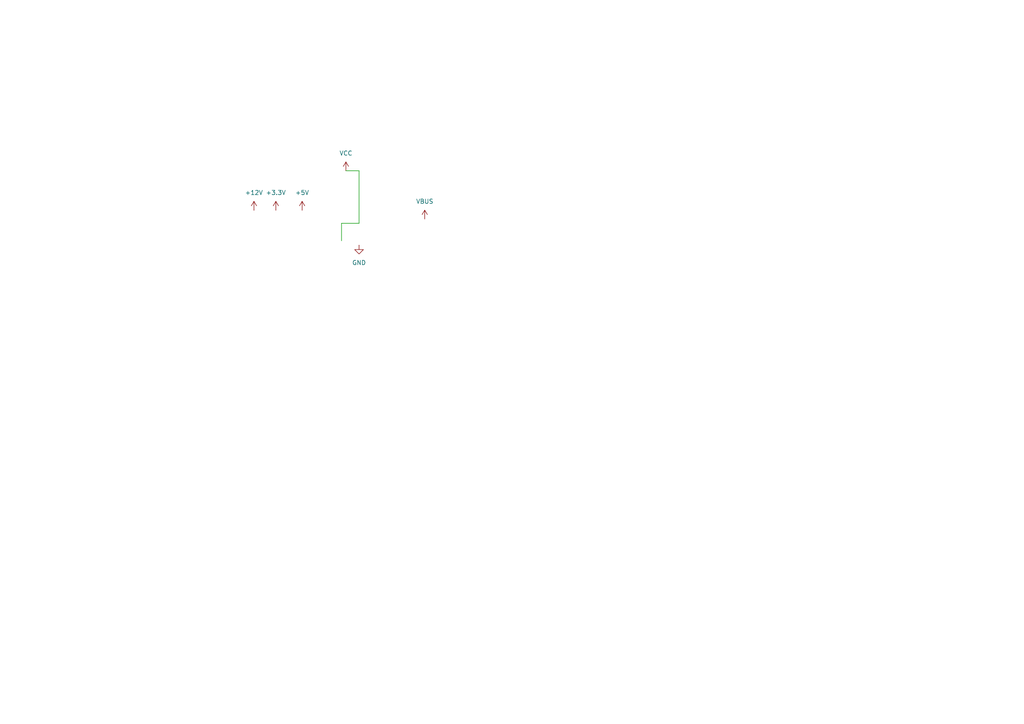
<source format=kicad_sch>
(kicad_sch (version 20231120) (generator "eeschema") (generator_version "8.0")
  (paper "A4")
  (lib_symbols
    (symbol "power:+12V" (power) (pin_numbers hide) (pin_names (offset 0) hide)
      (property "Value" "+12V" (at 0 3.556 0))
      (symbol "+12V_0_1"
        (polyline (pts (xy -0.762 1.27) (xy 0 2.54)))
        (polyline (pts (xy 0 0) (xy 0 2.54)))
        (polyline (pts (xy 0 2.54) (xy 0.762 1.27)))
      )
      (symbol "+12V_1_1"
        (pin power_in line (at 0 0 90) (length 0) (name "~") (number "1"))
      )
    )
    (symbol "power:+3.3V" (power) (pin_numbers hide) (pin_names (offset 0) hide)
      (property "Value" "+3.3V" (at 0 3.556 0))
      (symbol "+3.3V_0_1"
        (polyline (pts (xy -0.762 1.27) (xy 0 2.54)))
        (polyline (pts (xy 0 0) (xy 0 2.54)))
        (polyline (pts (xy 0 2.54) (xy 0.762 1.27)))
      )
      (symbol "+3.3V_1_1"
        (pin power_in line (at 0 0 90) (length 0) (name "~") (number "1"))
      )
    )
    (symbol "power:+5V" (power) (pin_numbers hide) (pin_names (offset 0) hide)
      (property "Value" "+5V" (at 0 3.556 0))
      (symbol "+5V_0_1"
        (polyline (pts (xy -0.762 1.27) (xy 0 2.54)))
        (polyline (pts (xy 0 0) (xy 0 2.54)))
        (polyline (pts (xy 0 2.54) (xy 0.762 1.27)))
      )
      (symbol "+5V_1_1"
        (pin power_in line (at 0 0 90) (length 0) (name "~") (number "1"))
      )
    )
    (symbol "power:GND" (power) (pin_numbers hide) (pin_names (offset 0) hide)
      (property "Value" "GND" (at 0 -3.81 0))
      (symbol "GND_0_1"
        (polyline (pts (xy 0 0) (xy 0 -1.27) (xy 1.27 -1.27) (xy 0 -2.54) (xy -1.27 -1.27) (xy 0 -1.27)))
      )
      (symbol "GND_1_1"
        (pin power_in line (at 0 0 270) (length 0) (name "~") (number "1"))
      )
    )
    (symbol "power:VBUS" (power) (pin_numbers hide) (pin_names (offset 0) hide)
      (property "Value" "VBUS" (at 0 3.556 0))
      (symbol "VBUS_0_1"
        (polyline (pts (xy -0.762 1.27) (xy 0 2.54)))
        (polyline (pts (xy 0 0) (xy 0 2.54)))
        (polyline (pts (xy 0 2.54) (xy 0.762 1.27)))
      )
      (symbol "VBUS_1_1"
        (pin power_in line (at 0 0 90) (length 0) (name "~") (number "1"))
      )
    )
    (symbol "power:VCC" (power) (pin_numbers hide) (pin_names (offset 0) hide)
      (property "Value" "VCC" (at 0 3.556 0))
      (symbol "VCC_0_1"
        (polyline (pts (xy -0.762 1.27) (xy 0 2.54)))
        (polyline (pts (xy 0 0) (xy 0 2.54)))
        (polyline (pts (xy 0 2.54) (xy 0.762 1.27)))
      )
      (symbol "VCC_1_1"
        (pin power_in line (at 0 0 90) (length 0) (name "~") (number "1"))
      )
    )
  )
  (wire (pts (xy 104.14 49.53) (xy 100.33 49.53)))
  (wire (pts (xy 104.14 49.53) (xy 104.14 64.77)))
  (wire (pts (xy 99.06 64.77) (xy 104.14 64.77)))
  (wire (pts (xy 99.06 69.85) (xy 99.06 64.77)))
  (symbol (lib_id "power:VCC") (at 100.33 49.53 0) (unit 1)
    (property "Reference" "#PWR060" (effects (hide yes)))
    (property "Value" "VCC" (at 100.33 44.45 0))
    (property "Description" "Power symbol creates a global label with name \"VCC\"" (effects (hide yes)))
  )
  (symbol (lib_id "power:+12V") (at 73.66 60.96 0) (unit 1)
    (property "Reference" "#PWR056" (effects (hide yes)))
    (property "Value" "+12V" (at 73.66 55.88 0))
    (property "Description" "Power symbol creates a global label with name \"+12V\"" (effects (hide yes)))
  )
  (symbol (lib_id "power:GND") (at 104.14 71.12 0) (unit 1)
    (property "Reference" "#PWR061" (effects (hide yes)))
    (property "Value" "GND" (at 104.14 76.2 0))
    (property "Description" "Power symbol creates a global label with name \"GND\" , ground" (effects (hide yes)))
  )
  (symbol (lib_id "power:+3.3V") (at 80.01 60.96 0) (unit 1)
    (property "Reference" "#PWR057" (effects (hide yes)))
    (property "Value" "+3.3V" (at 80.01 55.88 0))
    (property "Description" "Power symbol creates a global label with name \"+3.3V\"" (effects (hide yes)))
  )
  (symbol (lib_id "power:VBUS") (at 123.19 63.5 0) (unit 1)
    (property "Reference" "#PWR059" (effects (hide yes)))
    (property "Value" "VBUS" (at 123.19 58.42 0))
    (property "Description" "Power symbol creates a global label with name \"VBUS\"" (effects (hide yes)))
  )
  (symbol (lib_id "power:+5V") (at 87.63 60.96 0) (unit 1)
    (property "Reference" "#PWR058" (effects (hide yes)))
    (property "Value" "+5V" (at 87.63 55.88 0))
    (property "Description" "Power symbol creates a global label with name \"+5V\"" (effects (hide yes)))
  )
)
</source>
